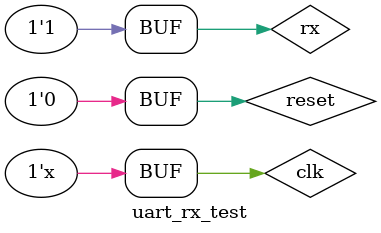
<source format=v>
`timescale 1ns / 1ps


module uart_rx_test;

	// Inputs
	reg clk;
	reg reset;
	reg rx;
	reg s_tick;
	
	//reg [2:0] cnt;

	// Outputs
	wire rx_done_tick;
	wire [7:0] dout;

	// Instantiate the Unit Under Test (UUT)
	uart_rx uut (
		.clk(clk), 
		.reset(reset), 
		.rx(rx), 
		.s_tick(s_tick), 
		.rx_done_tick(rx_done_tick), 
		.dout(dout)
	);

	initial begin
		// Initialize Inputs
		clk = 0;
		reset = 1;
		rx = 1;
		s_tick = 0;
		//cnt = 0;

		// Wait 100 ns for global reset to finish
		#100;
        
		// Add stimulus here
		
		#4
		reset = 0;
		#4
		rx = 0;
		
		#8
		rx = 1;
		#8
		rx = 0;
		#8
		rx = 1;
		#8
		rx = 1;
		
		#8
		rx = 0;
		#8
		rx = 0;
		#8
		rx = 1;
		#8
		rx = 0;
		
		#8
		rx = 1;
	end
	
	always #0.25 clk = ~clk;
	
	always@(posedge clk)
	begin
		s_tick <= 1;
		#0.125;
		s_tick <= 0;
	end
      
endmodule


</source>
